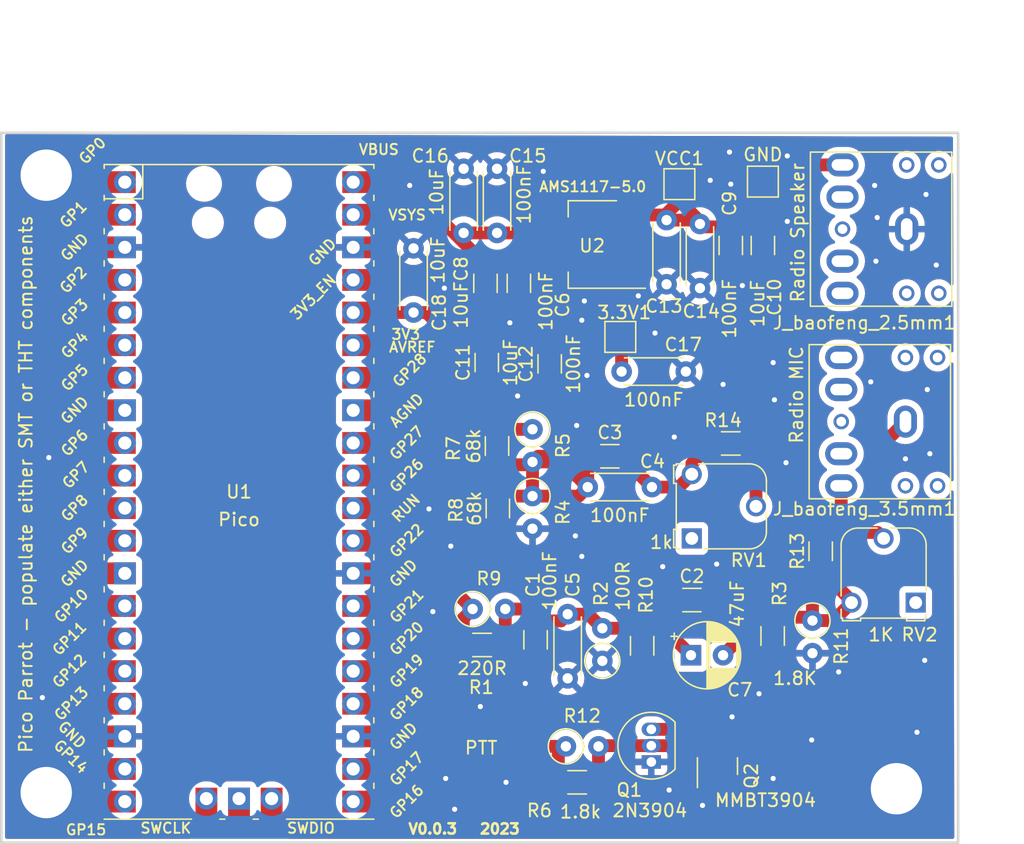
<source format=kicad_pcb>
(kicad_pcb (version 20221018) (generator pcbnew)
  (layers (0 "F.Cu" signal) (31 "B.Cu" signal) (34 "B.Paste" user) (35 "F.Paste" user) (36 "B.SilkS" user "B.Silkscreen") (37 "F.SilkS" user "F.Silkscreen") (38 "B.Mask" user) (39 "F.Mask" user) (44 "Edge.Cuts" user))
  (net 0 "")
  (net 1 "GND")
  (net 2 "Net-(C1-Pad2)")
  (net 3 "Net-(C2-Pad2)")
  (net 4 "pico_adc_GP26")
  (net 5 "Net-(C3-Pad2)")
  (net 6 "Net-(U1-VSYS)")
  (net 7 "Net-(U2-VI)")
  (net 8 "+3.3V")
  (net 11 "Net-(Q1-C)")
  (net 12 "Net-(J_baofeng_2.5mm1-PadT)")
  (net 14 "Net-(J_baofeng_3.5mm1-PadR)")
  (net 16 "Net-(Q1-B)")
  (net 17 "pico_pwm_audio_GP28")
  (net 18 "pico_PTT_GPXX")
  (footprint "MCU_RaspberryPi_and_Boards:RPi_Pico_SMD_TH" (layer "F.Cu") (at 83.81 87.97)
    (fp_text reference "U1")
    (fp_text value "Pico")
  )
  (footprint "Capacitor_SMD:C_1206_3216Metric" (layer "F.Cu") (at 108 78 90)
    (fp_text reference "C12")
    (fp_text value "100nF")
  )
  (footprint "Capacitor_SMD:C_1206_3216Metric" (layer "F.Cu") (at 122.1 68.775 -90)
    (fp_text reference "C9")
    (fp_text value "100nF")
  )
  (footprint "TestPoint:TestPoint_Pad_2.0x2.0mm" (layer "F.Cu") (at 113.5 75.9)
    (fp_text reference "3.3V1")
    (fp_text value "TestPoint3.3" hide)
  )
  (footprint "Resistor_THT:R_Axial_DIN0207_L6.3mm_D2.5mm_P2.54mm_Vertical" (layer "F.Cu") (at 106.6625 83.1 -90)
    (fp_text reference "R5")
    (fp_text value "68k" hide)
  )
  (footprint "Capacitor_THT:C_Disc_D4.3mm_W1.9mm_P5.00mm" (layer "F.Cu") (at 113.6 78.6)
    (fp_text reference "C17")
    (fp_text value "100nF")
  )
  (footprint "Capacitor_SMD:C_1206_3216Metric" (layer "F.Cu") (at 105.6 71.725 90)
    (fp_text reference "C6")
    (fp_text value "100nF")
  )
  (footprint "Package_TO_SOT_SMD:SOT-223-3_TabPin2" (layer "F.Cu") (at 111.35 68.7 180)
    (fp_text reference "U2")
    (fp_text value "AMS1117-5.0")
  )
  (footprint "Capacitor_THT:C_Disc_D4.3mm_W1.9mm_P5.00mm" (layer "F.Cu") (at 101.3 67.8 90)
    (fp_text reference "C16")
    (fp_text value "10uF")
  )
  (footprint "Package_TO_SOT_THT:TO-92_Inline" (layer "F.Cu") (at 115.9125 109.015 90)
    (fp_text reference "Q1")
    (fp_text value "2N3904")
  )
  (footprint "Resistor_THT:R_Axial_DIN0207_L6.3mm_D2.5mm_P2.54mm_Vertical" (layer "F.Cu") (at 109.26 107.8)
    (fp_text reference "R12")
    (fp_text value "1.8k" hide)
  )
  (footprint "Capacitor_SMD:C_1206_3216Metric" (layer "F.Cu") (at 112.6875 85.2)
    (fp_text reference "C3")
    (fp_text value "100nF")
  )
  (footprint "Capacitor_THT:C_Disc_D4.3mm_W1.9mm_P5.00mm" (layer "F.Cu") (at 103.9 67.8 90)
    (fp_text reference "C15")
    (fp_text value "100nF")
  )
  (footprint "footprints:PJ-307_Modded" (layer "F.Cu") (at 132.7 82.5 180)
    (fp_text reference "J_baofeng_3.5mm1")
    (fp_text value "AudioJack3_BaofengMicPort")
  )
  (footprint "Capacitor_SMD:C_1206_3216Metric" (layer "F.Cu") (at 124.6 68.775 -90)
    (fp_text reference "C10")
    (fp_text value "10uF")
  )
  (footprint "Resistor_SMD:R_1206_3216Metric" (layer "F.Cu") (at 103.9625 89.2625 -90)
    (fp_text reference "R8")
    (fp_text value "68k")
  )
  (footprint "Resistor_SMD:R_1206_3216Metric" (layer "F.Cu") (at 103.9 84.4 -90)
    (fp_text reference "R7")
    (fp_text value "68k")
  )
  (footprint "Resistor_SMD:R_1206_3216Metric" (layer "F.Cu") (at 125.36 99.2 -90)
    (fp_text reference "R3")
    (fp_text value "1.8K")
  )
  (footprint "Capacitor_THT:C_Disc_D4.3mm_W1.9mm_P5.00mm" (layer "F.Cu") (at 109.4 102.5 90)
    (fp_text reference "C5")
    (fp_text value "100nF" hide)
  )
  (footprint "TestPoint:TestPoint_Pad_2.0x2.0mm" (layer "F.Cu") (at 118.1 64)
    (fp_text reference "VCC1")
    (fp_text value "TestPointVCC" hide)
  )
  (footprint "Resistor_SMD:R_1206_3216Metric" (layer "F.Cu") (at 102.7375 99.9)
    (fp_text reference "R1")
    (fp_text value "220R")
  )
  (footprint "Package_TO_SOT_SMD:SOT-23" (layer "F.Cu") (at 121.0625 109.3375 90)
    (fp_text reference "Q2")
    (fp_text value "MMBT3904")
  )
  (footprint "Capacitor_THT:CP_Radial_D5.0mm_P2.50mm" (layer "F.Cu") (at 119 100.7)
    (fp_text reference "C7")
    (fp_text value "47uF")
  )
  (footprint "Resistor_SMD:R_1206_3216Metric" (layer "F.Cu") (at 129.1 92.6 90)
    (fp_text reference "R13")
    (fp_text value "500R" hide)
  )
  (footprint "Capacitor_SMD:C_1206_3216Metric" (layer "F.Cu") (at 106.9 99.5 90)
    (fp_text reference "C1")
    (fp_text value "100nF")
  )
  (footprint "Resistor_THT:R_Axial_DIN0207_L6.3mm_D2.5mm_P2.54mm_Vertical" (layer "F.Cu") (at 128.46 98 -90)
    (fp_text reference "R11")
    (fp_text value "1.8K" hide)
  )
  (footprint "Capacitor_SMD:C_1206_3216Metric" (layer "F.Cu") (at 119.075 96.4)
    (fp_text reference "C2")
    (fp_text value "47uF" hide)
  )
  (footprint "Capacitor_THT:C_Disc_D4.3mm_W1.9mm_P5.00mm" (layer "F.Cu") (at 97.4 74 90)
    (fp_text reference "C18")
    (fp_text value "10uF")
  )
  (footprint "Potentiometer_THT:Potentiometer_Runtron_RM-065_Vertical" (layer "F.Cu") (at 136.5 96.6 180)
    (fp_text reference "RV2")
    (fp_text value "1K")
  )
  (footprint "TestPoint:TestPoint_Pad_2.0x2.0mm" (layer "F.Cu") (at 124.6 63.8)
    (fp_text reference "TP2" hide)
    (fp_text value "GND")
  )
  (footprint "Resistor_THT:R_Axial_DIN0207_L6.3mm_D2.5mm_P2.54mm_Vertical" (layer "F.Cu") (at 106.6625 88.3 -90)
    (fp_text reference "R4")
    (fp_text value "68k" hide)
  )
  (footprint "Capacitor_SMD:C_1206_3216Metric" (layer "F.Cu") (at 103 71.725 90)
    (fp_text reference "C8")
    (fp_text value "10uF")
  )
  (footprint "Capacitor_SMD:C_1206_3216Metric" (layer "F.Cu") (at 103.1 77.9 90)
    (fp_text reference "C11")
    (fp_text value "10uF")
  )
  (footprint "Resistor_SMD:R_1206_3216Metric" (layer "F.Cu") (at 122.1 84.2)
    (fp_text reference "R14")
    (fp_text value "500R" hide)
  )
  (footprint "Potentiometer_THT:Potentiometer_Runtron_RM-065_Vertical" (layer "F.Cu") (at 119.0625 91.6 90)
    (fp_text reference "RV1")
    (fp_text value "1k")
  )
  (footprint "Resistor_SMD:R_1206_3216Metric" (layer "F.Cu") (at 115.2 99.9625 90)
    (fp_text reference "R10")
    (fp_text value "100R")
  )
  (footprint "Capacitor_THT:C_Disc_D4.3mm_W1.9mm_P5.00mm" (layer "F.Cu") (at 117.1 66.8 -90)
    (fp_text reference "C13")
    (fp_text value "10uF")
  )
  (footprint "footprints:PJ-307_Modded" (layer "F.Cu") (at 132.8 67.5 180)
    (fp_text reference "J_baofeng_2.5mm1")
    (fp_text value "AudioJack3_BaofengSpeaker")
  )
  (footprint "Resistor_THT:R_Axial_DIN0207_L6.3mm_D2.5mm_P2.54mm_Vertical" (layer "F.Cu") (at 102 97.1)
    (fp_text reference "R9")
    (fp_text value "220R" hide)
  )
  (footprint "Resistor_THT:R_Axial_DIN0207_L6.3mm_D2.5mm_P2.54mm_Vertical" (layer "F.Cu") (at 112.1 101.14 90)
    (fp_text reference "R2")
    (fp_text value "100R")
  )
  (footprint "Capacitor_THT:C_Disc_D4.3mm_W1.9mm_P5.00mm" (layer "F.Cu") (at 110.9625 87.6)
    (fp_text reference "C4")
    (fp_text value "100nF")
  )
  (footprint "Capacitor_THT:C_Disc_D4.3mm_W1.9mm_P5.00mm" (layer "F.Cu") (at 119.7 67.1 -90)
    (fp_text reference "C14")
    (fp_text value "10uF")
  )
  (footprint "Resistor_SMD:R_1206_3216Metric" (layer "F.Cu") (at 110.1375 110.6)
    (fp_text reference "R6")
    (fp_text value "1.8k")
  )
  (gr_rect (start 65.3 60) (end 139.8 115.3) (stroke (width 0.2)) (fill none) (layer "Edge.Cuts"))
  (gr_text "Radio Speaker" (at 127.9 73.3 90) (layer "F.SilkS") (effects (font (size 1 1)) (justify left bottom)))
  (gr_text "V0.0.3   2023" (at 96.9 114.7) (layer "F.SilkS") (effects (font (size 0.8 0.8) (thickness 0.2) bold) (justify left bottom)))
  (gr_text "PTT" (at 101.3 108.5) (layer "F.SilkS") (effects (font (size 1 1)) (justify left bottom)))
  (gr_text "Pico Parrot - populate either SMT or THT components" (at 67.8 108.4 90) (layer "F.SilkS") (effects (font (size 1 1)) (justify left bottom)))
  (gr_text "Radio MIC" (at 127.8 84.3 90) (layer "F.SilkS") (effects (font (size 1 1)) (justify left bottom)))
  (via (at 123 71.9) (size 0.8) (drill 0.4) (layers "F.Cu" "B.Cu") (net 1))
  (via (at 119.9 112.4) (size 0.8) (drill 0.4) (layers "F.Cu" "B.Cu") (net 1))
  (via (at 125.4 110.3) (size 0.8) (drill 0.4) (layers "F.Cu" "B.Cu") (net 1))
  (via (at 138.1 70.3) (size 0.8) (drill 0.4) (layers "F.Cu" "B.Cu") (net 1))
  (via (at 99.8 72.1) (size 0.8) (drill 0.4) (layers "F.Cu" "B.Cu") (net 1))
  (via (at 137.2 101.1) (size 0.8) (drill 0.4) (layers "F.Cu" "B.Cu") (net 1))
  (via (at 122 61.5) (size 0.8) (drill 0.4) (layers "F.Cu" "B.Cu") (net 1))
  (via (at 97.1 64.1) (size 0.8) (drill 0.4) (layers "F.Cu" "B.Cu") (net 1))
  (via (at 122.2 105.5) (size 0.8) (drill 0.4) (layers "F.Cu" "B.Cu") (net 1))
  (via (at 117.7 83.7) (size 0.8) (drill 0.4) (layers "F.Cu" "B.Cu") (net 1))
  (via (at 137.6 85) (size 0.8) (drill 0.4) (layers "F.Cu" "B.Cu") (net 1))
  (via (at 133.4 70) (size 0.8) (drill 0.4) (layers "F.Cu" "B.Cu") (net 1))
  (via (at 110.9 78.9) (size 0.8) (drill 0.4) (layers "F.Cu" "B.Cu") (net 1))
  (via (at 117.3 111.2) (size 0.8) (drill 0.4) (layers "F.Cu" "B.Cu") (net 1))
  (via (at 126.4 85.7) (size 0.8) (drill 0.4) (layers "F.Cu" "B.Cu") (net 1))
  (via (at 98.6 89.3) (size 0.8) (drill 0.4) (layers "F.Cu" "B.Cu") (net 1))
  (via (at 106.1 102.9) (size 0.8) (drill 0.4) (layers "F.Cu" "B.Cu") (net 1))
  (via (at 102.6 104.7) (size 0.8) (drill 0.4) (layers "F.Cu" "B.Cu") (net 1))
  (via (at 135 111.1) (size 5) (drill 4) (layers "F.Cu" "B.Cu") (net 1))
  (via (at 114.9 72.7) (size 0.8) (drill 0.4) (layers "F.Cu" "B.Cu") (net 1))
  (via (at 68.8 63.3) (size 5) (drill 4) (layers "F.Cu" "B.Cu") (net 1))
  (via (at 121 93.6) (size 0.8) (drill 0.4) (layers "F.Cu" "B.Cu") (net 1))
  (via (at 100.3 92.2) (size 0.8) (drill 0.4) (layers "F.Cu" "B.Cu") (net 1))
  (via (at 120.5 63.7) (size 0.8) (drill 0.4) (layers "F.Cu" "B.Cu") (net 1))
  (via (at 137.4 80) (size 0.8) (drill 0.4) (layers "F.Cu" "B.Cu") (net 1))
  (via (at 107.5 63) (size 0.8) (drill 0.4) (layers "F.Cu" "B.Cu") (net 1))
  (via (at 98.9 97.3) (size 0.8) (drill 0.4) (layers "F.Cu" "B.Cu") (net 1))
  (via (at 135.7 85.4) (size 0.8) (drill 0.4) (layers "F.Cu" "B.Cu") (net 1))
  (via (at 126.5 66.9) (size 0.8) (drill 0.4) (layers "F.Cu" "B.Cu") (net 1))
  (via (at 116.8 93.8) (size 0.8) (drill 0.4) (layers "F.Cu" "B.Cu") (net 1))
  (via (at 122.1 64) (size 0.8) (drill 0.4) (layers "F.Cu" "B.Cu") (net 1))
  (via (at 136.6 106.7) (size 0.8) (drill 0.4) (layers "F.Cu" "B.Cu") (net 1))
  (via (at 110.5 93) (size 0.8) (drill 0.4) (layers "F.Cu" "B.Cu") (net 1))
  (via (at 133 79.4) (size 0.8) (drill 0.4) (layers "F.Cu" "B.Cu") (net 1))
  (via (at 128.4 107.3) (size 0.8) (drill 0.4) (layers "F.Cu" "B.Cu") (net 1))
  (via (at 130.5 102) (size 0.8) (drill 0.4) (layers "F.Cu" "B.Cu") (net 1))
  (via (at 125.5 80.8) (size 0.8) (drill 0.4) (layers "F.Cu" "B.Cu") (net 1))
  (via (at 104.6 110.6) (size 0.8) (drill 0.4) (layers "F.Cu" "B.Cu") (net 1))
  (via (at 68.5 104) (size 0.8) (drill 0.4) (layers "F.Cu" "B.Cu") (net 1))
  (via (at 100.6 112.7) (size 0.8) (drill 0.4) (layers "F.Cu" "B.Cu") (net 1))
  (via (at 124.3 103.7) (size 0.8) (drill 0.4) (layers "F.Cu" "B.Cu") (net 1))
  (via (at 104.9 74.8) (size 0.8) (drill 0.4) (layers "F.Cu" "B.Cu") (net 1))
  (via (at 110.7 73.1) (size 0.8) (drill 0.4) (layers "F.Cu" "B.Cu") (net 1))
  (via (at 110 91.4) (size 0.8) (drill 0.4) (layers "F.Cu" "B.Cu") (net 1))
  (via (at 133.3 64.1) (size 0.8) (drill 0.4) (layers "F.Cu" "B.Cu") (net 1))
  (via (at 133.5 66.6) (size 0.8) (drill 0.4) (layers "F.Cu" "B.Cu") (net 1))
  (via (at 105.5 80.5) (size 0.8) (drill 0.4) (layers "F.Cu" "B.Cu") (net 1))
  (via (at 110.1 82.8) (size 0.8) (drill 0.4) (layers "F.Cu" "B.Cu") (net 1))
  (via (at 126.5 61.8) (size 0.8) (drill 0.4) (layers "F.Cu" "B.Cu") (net 1))
  (via (at 68.8 111.4) (size 5) (drill 4) (layers "F.Cu" "B.Cu") (net 1))
  (via (at 137.3 64.8) (size 0.8) (drill 0.4) (layers "F.Cu" "B.Cu") (net 1))
  (via (at 125.4 77.9) (size 0.8) (drill 0.4) (layers "F.Cu" "B.Cu") (net 1))
  (via (at 121.5 79.6) (size 0.8) (drill 0.4) (layers "F.Cu" "B.Cu") (net 1))
  (via (at 69 85.3) (size 0.8) (drill 0.4) (layers "F.Cu" "B.Cu") (net 1))
  (via (at 116.2 75.6) (size 0.8) (drill 0.4) (layers "F.Cu" "B.Cu") (net 1))
  (via (at 99.9 110.3) (size 0.8) (drill 0.4) (layers "F.Cu" "B.Cu") (net 1))
  (via (at 110.5 74.6) (size 0.8) (drill 0.4) (layers "F.Cu" "B.Cu") (net 1))
  (segment (start 108.875 98.025) (end 109.4 97.5) (width 1) (layer "F.Cu") (net 2))
  (segment (start 115.2 98.5) (end 116.8 98.5) (width 1) (layer "F.Cu") (net 2))
  (segment (start 116.8 98.5) (end 119 100.7) (width 1) (layer "F.Cu") (net 2))
  (segment (start 115.5 98.5) (end 117.6 96.4) (width 1) (layer "F.Cu") (net 2))
  (segment (start 115.2 98.5) (end 115.5 98.5) (width 1) (layer "F.Cu") (net 2))
  (segment (start 105.975 97.1) (end 106.9 98.025) (width 1) (layer "F.Cu") (net 2))
  (segment (start 109.4 97.5) (end 111 97.5) (width 1) (layer "F.Cu") (net 2))
  (segment (start 104.54 97.1) (end 104.54 99.56) (width 1) (layer "F.Cu") (net 2))
  (segment (start 104.54 99.56) (end 104.2 99.9) (width 1) (layer "F.Cu") (net 2))
  (segment (start 111 97.5) (end 112.1 98.6) (width 1) (layer "F.Cu") (net 2))
  (segment (start 104.54 97.1) (end 105.975 97.1) (width 1) (layer "F.Cu") (net 2))
  (segment (start 106.9 98.025) (end 108.875 98.025) (width 1) (layer "F.Cu") (net 2))
  (segment (start 115.1 98.6) (end 115.2 98.5) (width 1) (layer "F.Cu") (net 2))
  (segment (start 112.1 98.6) (end 115.1 98.6) (width 1) (layer "F.Cu") (net 2))
  (segment (start 124.4625 97.7375) (end 121.5 100.7) (width 1) (layer "F.Cu") (net 3))
  (segment (start 128.1975 97.7375) (end 128.46 98) (width 1) (layer "F.Cu") (net 3))
  (segment (start 124.0225 96.4) (end 125.36 97.7375) (width 1) (layer "F.Cu") (net 3))
  (segment (start 128.46 98) (end 130.1 98) (width 1) (layer "F.Cu") (net 3))
  (segment (start 125.36 97.7375) (end 124.4625 97.7375) (width 1) (layer "F.Cu") (net 3))
  (segment (start 131.5 96.6) (end 131.5 96.4625) (width 1) (layer "F.Cu") (net 3))
  (segment (start 128.46 98) (end 128.46 94.7025) (width 1) (layer "F.Cu") (net 3))
  (segment (start 130.1 98) (end 131.5 96.6) (width 1) (layer "F.Cu") (net 3))
  (segment (start 125.36 97.7375) (end 128.1975 97.7375) (width 1) (layer "F.Cu") (net 3))
  (segment (start 131.5 96.4625) (end 129.1 94.0625) (width 1) (layer "F.Cu") (net 3))
  (segment (start 128.46 94.7025) (end 129.1 94.0625) (width 1) (layer "F.Cu") (net 3))
  (segment (start 120.55 96.4) (end 124.0225 96.4) (width 1) (layer "F.Cu") (net 3))
  (segment (start 106.6625 88.3) (end 110.2625 88.3) (width 1) (layer "F.Cu") (net 4))
  (segment (start 103.9625 87.8) (end 103.9625 87.2) (width 1) (layer "F.Cu") (net 4))
  (segment (start 103.0625 86.7) (end 92.7 86.7) (width 1) (layer "F.Cu") (net 4))
  (segment (start 110.2625 88.3) (end 110.9625 87.6) (width 1) (layer "F.Cu") (net 4))
  (segment (start 106.44 85.8625) (end 106.6625 85.64) (width 1) (layer "F.Cu") (net 4))
  (segment (start 105.0625 88.3) (end 103.9625 87.2) (width 1) (layer "F.Cu") (net 4))
  (segment (start 103.9 85.8625) (end 106.44 85.8625) (width 1) (layer "F.Cu") (net 4))
  (segment (start 106.6625 85.64) (end 106.6625 88.3) (width 1) (layer "F.Cu") (net 4))
  (segment (start 110.9625 87.6) (end 110.9625 85.45) (width 1) (layer "F.Cu") (net 4))
  (segment (start 106.6625 85.64) (end 109.0025 85.64) (width 1) (layer "F.Cu") (net 4))
  (segment (start 106.6625 88.3) (end 105.0625 88.3) (width 1) (layer "F.Cu") (net 4))
  (segment (start 110.9625 85.45) (end 111.2125 85.2) (width 1) (layer "F.Cu") (net 4))
  (segment (start 103.9625 87.2) (end 103.9625 85.925) (width 1) (layer "F.Cu") (net 4))
  (segment (start 107.1025 85.2) (end 106.6625 85.64) (width 1) (layer "F.Cu") (net 4))
  (segment (start 103.9 85.8625) (end 103.0625 86.7) (width 1) (layer "F.Cu") (net 4))
  (segment (start 103.9625 85.925) (end 103.9 85.8625) (width 1) (layer "F.Cu") (net 4))
  (segment (start 109.0025 85.64) (end 110.9625 87.6) (width 1) (layer "F.Cu") (net 4))
  (segment (start 111.2125 85.2) (end 107.1025 85.2) (width 1) (layer "F.Cu") (net 4))
  (segment (start 119.0625 86.6) (end 119.0625 85.775) (width 1) (layer "F.Cu") (net 5))
  (segment (start 119.0625 85.775) (end 120.6375 84.2) (width 1) (layer "F.Cu") (net 5))
  (segment (start 118.0625 87.6) (end 119.0625 86.6) (width 1) (layer "F.Cu") (net 5))
  (segment (start 115.9625 87.6) (end 118.0625 87.6) (width 1) (layer "F.Cu") (net 5))
  (segment (start 114.1625 85.8) (end 115.9625 87.6) (width 1) (layer "F.Cu") (net 5))
  (segment (start 114.1625 85.2) (end 114.1625 85.8) (width 1) (layer "F.Cu") (net 5))
  (segment (start 99.13 66.38) (end 92.7 66.38) (width 1) (layer "F.Cu") (net 6))
  (segment (start 107.3 67.8) (end 108.2 68.7) (width 1) (layer "F.Cu") (net 6))
  (segment (start 105.6 70.25) (end 106.65 70.25) (width 1) (layer "F.Cu") (net 6))
  (segment (start 103 70.25) (end 99.13 66.38) (width 1) (layer "F.Cu") (net 6))
  (segment (start 103 70.25) (end 105.6 70.25) (width 1) (layer "F.Cu") (net 6))
  (segment (start 101.3 67.8) (end 107.3 67.8) (width 1) (layer "F.Cu") (net 6))
  (segment (start 106.65 70.25) (end 108.2 68.7) (width 1) (layer "F.Cu") (net 6))
  (segment (start 114.5 68.7) (end 108.2 68.7) (width 0.25) (layer "F.Cu") (net 6))
  (segment (start 117 66.4) (end 118.1 65.3) (width 1) (layer "F.Cu") (net 7))
  (segment (start 120.125 67.325) (end 124 67.325) (width 1) (layer "F.Cu") (net 7))
  (segment (start 118.1 65.3) (end 120.125 67.325) (width 1) (layer "F.Cu") (net 7))
  (segment (start 117.1 66.8) (end 119.4 66.8) (width 1) (layer "F.Cu") (net 7))
  (segment (start 114.5 66.4) (end 117 66.4) (width 1) (layer "F.Cu") (net 7))
  (segment (start 119.4 66.8) (end 119.7 67.1) (width 1) (layer "F.Cu") (net 7))
  (segment (start 118.1 64) (end 118.1 65.3) (width 1) (layer "F.Cu") (net 7))
  (segment (start 112.875 76.525) (end 113.5 75.9) (width 1) (layer "F.Cu") (net 8))
  (segment (start 106.6625 83.1) (end 104.0625 83.1) (width 1) (layer "F.Cu") (net 8))
  (segment (start 100.825 76.425) (end 99.55 75.15) (width 1) (layer "F.Cu") (net 8))
  (segment (start 113.6 78.6) (end 113.6 76) (width 1) (layer "F.Cu") (net 8))
  (segment (start 101.8375 82.9375) (end 99.55 80.65) (width 1) (layer "F.Cu") (net 8))
  (segment (start 99.55 75.15) (end 98.4 74) (width 1) (layer "F.Cu") (net 8))
  (segment (start 113.6 76) (end 113.5 75.9) (width 1) (layer "F.Cu") (net 8))
  (segment (start 104.0625 83.1) (end 103.9 82.9375) (width 1) (layer "F.Cu") (net 8))
  (segment (start 98.4 74) (end 92.7 74) (width 1) (layer "F.Cu") (net 8))
  (segment (start 103.1 76.425) (end 100.825 76.425) (width 1) (layer "F.Cu") (net 8))
  (segment (start 107.9 76.425) (end 108 76.525) (width 1) (layer "F.Cu") (net 8))
  (segment (start 108 76.525) (end 112.875 76.525) (width 1) (layer "F.Cu") (net 8))
  (segment (start 103.9 82.9375) (end 101.8375 82.9375) (width 1) (layer "F.Cu") (net 8))
  (segment (start 103.1 76.425) (end 107.9 76.425) (width 1) (layer "F.Cu") (net 8))
  (segment (start 99.55 80.65) (end 99.55 75.15) (width 1) (layer "F.Cu") (net 8))
  (segment (start 121.0625 108.4) (end 123.1 108.4) (width 1) (layer "F.Cu") (net 11))
  (segment (start 133.5 104.3) (end 133.5 96.2) (width 1) (layer "F.Cu") (net 11))
  (segment (start 136.3 90.2) (end 135.6 89.5) (width 1) (layer "F.Cu") (net 11))
  (segment (start 119.1375 106.475) (end 121.0625 108.4) (width 1) (layer "F.Cu") (net 11))
  (segment (start 133.4 84.8) (end 135.7 82.5) (width 1) (layer "F.Cu") (net 11))
  (segment (start 133.5 96.2) (end 136.3 93.4) (width 1) (layer "F.Cu") (net 11))
  (segment (start 136.3 93.4) (end 136.3 90.2) (width 1) (layer "F.Cu") (net 11))
  (segment (start 135.6 89.5) (end 133.4 89.5) (width 1) (layer "F.Cu") (net 11))
  (segment (start 133.4 89.5) (end 133.4 84.8) (width 1) (layer "F.Cu") (net 11))
  (segment (start 115.9125 106.475) (end 119.1375 106.475) (width 1) (layer "F.Cu") (net 11))
  (segment (start 123.1 108.4) (end 127.2 104.3) (width 1) (layer "F.Cu") (net 11))
  (segment (start 127.2 104.3) (end 133.5 104.3) (width 1) (layer "F.Cu") (net 11))
  (segment (start 123.7 74.3) (end 128.2 69.8) (width 1) (layer "F.Cu") (net 12))
  (segment (start 124.0625 84.7) (end 123.5625 84.2) (width 1) (layer "F.Cu") (net 12))
  (segment (start 123.7 84.0625) (end 123.7 74.3) (width 1) (layer "F.Cu") (net 12))
  (segment (start 128.2 69.8) (end 128.2 63.2) (width 1) (layer "F.Cu") (net 12))
  (segment (start 128.9 62.5) (end 128.2 63.2) (width 1) (layer "F.Cu") (net 12))
  (segment (start 123.5625 84.2) (end 123.7 84.0625) (width 1) (layer "F.Cu") (net 12))
  (segment (start 130.8 62.5) (end 128.9 62.5) (width 1) (layer "F.Cu") (net 12))
  (segment (start 124.0625 89.1) (end 124.0625 84.7) (width 1) (layer "F.Cu") (net 12))
  (segment (start 133.5375 91.1375) (end 134 91.6) (width 1) (layer "F.Cu") (net 14))
  (segment (start 129.1 91.1375) (end 133.5375 91.1375) (width 1) (layer "F.Cu") (net 14))
  (segment (start 130.7 87.5) (end 130.7 89.5375) (width 1) (layer "F.Cu") (net 14))
  (segment (start 130.7 89.5375) (end 129.1 91.1375) (width 1) (layer "F.Cu") (net 14))
  (segment (start 117.5825 107.745) (end 115.9125 107.745) (width 1) (layer "F.Cu") (net 16))
  (segment (start 111.8 107.8) (end 111.855 107.745) (width 1) (layer "F.Cu") (net 16))
  (segment (start 111.8 107.8) (end 111.8 110.4) (width 1) (layer "F.Cu") (net 16))
  (segment (start 111.8 110.4) (end 111.6 110.6) (width 1) (layer "F.Cu") (net 16))
  (segment (start 111.855 107.745) (end 115.9125 107.745) (width 1) (layer "F.Cu") (net 16))
  (segment (start 120.1125 110.275) (end 117.5825 107.745) (width 1) (layer "F.Cu") (net 16))
  (segment (start 102 97.1) (end 96.68 91.78) (width 1) (layer "F.Cu") (net 17))
  (segment (start 101.275 97.825) (end 102 97.1) (width 1) (layer "F.Cu") (net 17))
  (segment (start 96.68 91.78) (end 92.7 91.78) (width 1) (layer "F.Cu") (net 17))
  (segment (start 101.275 99.9) (end 101.275 97.825) (width 1) (layer "F.Cu") (net 17))
  (segment (start 108.675 108.385) (end 109.26 107.8) (width 1) (layer "F.Cu") (net 18))
  (segment (start 92.7 96.86) (end 95.06 96.86) (width 1) (layer "F.Cu") (net 18))
  (segment (start 99 100.8) (end 99 106.4) (width 1) (layer "F.Cu") (net 18))
  (segment (start 99 106.4) (end 100.4 107.8) (width 1) (layer "F.Cu") (net 18))
  (segment (start 100.4 107.8) (end 109.26 107.8) (width 1) (layer "F.Cu") (net 18))
  (segment (start 108.675 110.6) (end 108.675 108.385) (width 1) (layer "F.Cu") (net 18))
  (segment (start 95.06 96.86) (end 99 100.8) (width 1) (layer "F.Cu") (net 18))
  (zone (net 1) (net_name "GND") (layers "F&B.Cu") (connect_pads (clearance 0.5)) (min_thickness 0.25) (fill yes (thermal_gap 0.5) (thermal_bridge_width 0.5))
    (polygon (pts (xy 65.6 60.1) (xy 65.6 115) (xy 139.5 115) (xy 139.4 60.3)))
  )
)
</source>
